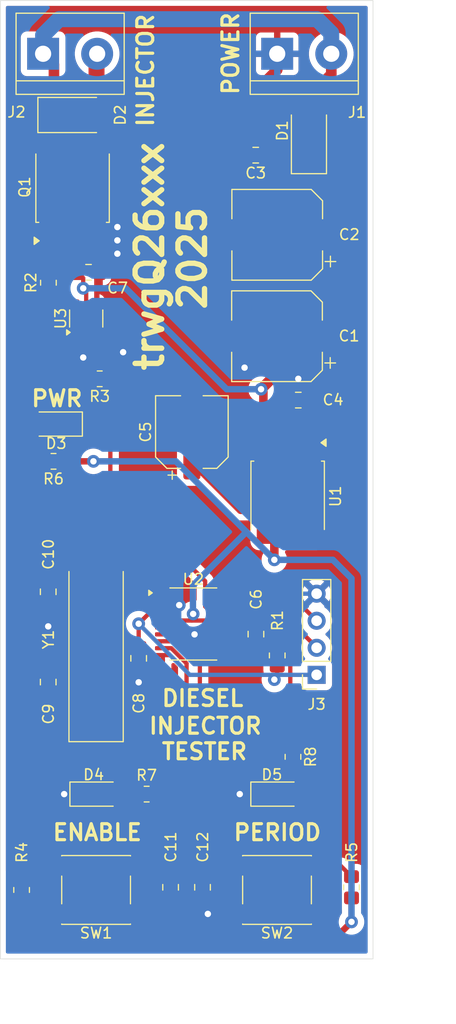
<source format=kicad_pcb>
(kicad_pcb (version 20241229) (generator "pcbnew") (generator_version "9.0")
  (title_block (title "Diesel Injector Tester") (date "2025-08-17") (rev "A") (company "trwgQ26xxx"))
  (layers (0 "F.Cu" signal) (2 "B.Cu" signal) (13 "F.Paste" user) (15 "B.Paste" user) (5 "F.SilkS" user "F.Silkscreen") (7 "B.SilkS" user "B.Silkscreen") (1 "F.Mask" user) (3 "B.Mask" user) (25 "Edge.Cuts" user))
  (net 0 "")
  (net 1 "+12V")
  (net 2 "GND")
  (net 3 "+3V3")
  (net 4 "#RST")
  (net 5 "Net-(U2-PF1)")
  (net 6 "Net-(U2-PF0)")
  (net 7 "ENABLE_KEY")
  (net 8 "PERIOD_KEY")
  (net 9 "+BATT")
  (net 10 "Net-(D2-A)")
  (net 11 "Net-(D3-A)")
  (net 12 "Net-(D4-A)")
  (net 13 "Net-(D5-A)")
  (net 14 "SWCLK")
  (net 15 "SWDIO")
  (net 16 "Net-(Q1-G)")
  (net 17 "Net-(U3-OUT)")
  (net 18 "INJ_PULSES")
  (net 19 "ENABLE_LED")
  (net 20 "PERIOD_LED")
  (footprint "Capacitor_SMD:C_0805_2012Metric_Pad1.18x1.45mm_HandSolder" (layer "F.Cu") (at 130.48 104.5225 -90)
    (property "Reference" "C10" (at -3.5225 -0.02 270) (layer "F.SilkS"))
    (property "Value" "22p")
    (pad "1" smd roundrect (at -1.0375 0 270) (size 1.175 1.45) (layers "F.Cu" "F.Mask" "F.Paste") (roundrect_rratio 0.212766) (net 6 "Net-(U2-PF0)"))
    (pad "2" smd roundrect (at 1.0375 0 270) (size 1.175 1.45) (layers "F.Cu" "F.Mask" "F.Paste") (roundrect_rratio 0.212766) (net 2 "GND"))
  )
  (footprint "TerminalBlock:TerminalBlock_bornier-2_P5.08mm" (layer "F.Cu") (at 152 54)
    (property "Reference" "J1" (at 7.5 5.5 0) (layer "F.SilkS"))
    (property "Value" "PWR")
    (pad "1" thru_hole rect (at 0 0) (size 3 3) (drill 1.52) (layers "*.Cu" "*.Mask") (net 2 "GND"))
    (pad "2" thru_hole circle (at 5.08 0) (size 3 3) (drill 1.52) (layers "*.Cu" "*.Mask") (net 9 "+BATT"))
  )
  (footprint "Package_TO_SOT_SMD:TO-252-3_TabPin2" (layer "F.Cu") (at 132.77 66.5225 90)
    (property "Reference" "Q1" (at 0 -4.5 90) (layer "F.SilkS"))
    (property "Value" "IRLR8726")
    (pad "1" smd roundrect (at -5.04 -2.28 90) (size 2.2 1.2) (layers "F.Cu" "F.Mask" "F.Paste") (roundrect_rratio 0.208333) (net 16 "Net-(Q1-G)"))
    (pad "2" smd roundrect (at -5.04 0 90) (size 2.2 1.2) (layers "F.Cu" "F.Mask" "F.Paste") (roundrect_rratio 0.208333) (net 10 "Net-(D2-A)"))
    (pad "2" smd roundrect (at -0.415 -1.525 90) (size 3.05 2.75) (layers "F.Cu" "F.Paste") (roundrect_rratio 0.090909) (net 10 "Net-(D2-A)"))
    (pad "2" smd roundrect (at -0.415 1.525 90) (size 3.05 2.75) (layers "F.Cu" "F.Paste") (roundrect_rratio 0.090909) (net 10 "Net-(D2-A)"))
    (pad "2" smd roundrect (at 1.26 0 90) (size 6.4 5.8) (layers "F.Cu" "F.Mask") (roundrect_rratio 0.043103) (net 10 "Net-(D2-A)"))
    (pad "2" smd roundrect (at 2.935 -1.525 90) (size 3.05 2.75) (layers "F.Cu" "F.Paste") (roundrect_rratio 0.090909) (net 10 "Net-(D2-A)"))
    (pad "2" smd roundrect (at 2.935 1.525 90) (size 3.05 2.75) (layers "F.Cu" "F.Paste") (roundrect_rratio 0.090909) (net 10 "Net-(D2-A)"))
    (pad "3" smd roundrect (at -5.04 2.28 90) (size 2.2 1.2) (layers "F.Cu" "F.Mask" "F.Paste") (roundrect_rratio 0.208333) (net 2 "GND"))
  )
  (footprint "Capacitor_SMD:C_0805_2012Metric_Pad1.18x1.45mm_HandSolder" (layer "F.Cu") (at 144.98 132.2725 -90)
    (property "Reference" "C12" (at -3.7725 -0.02 270) (layer "F.SilkS"))
    (property "Value" "100n")
    (pad "1" smd roundrect (at -1.0375 0 270) (size 1.175 1.45) (layers "F.Cu" "F.Mask" "F.Paste") (roundrect_rratio 0.212766) (net 8 "PERIOD_KEY"))
    (pad "2" smd roundrect (at 1.0375 0 270) (size 1.175 1.45) (layers "F.Cu" "F.Mask" "F.Paste") (roundrect_rratio 0.212766) (net 2 "GND"))
  )
  (footprint "Resistor_SMD:R_0805_2012Metric_Pad1.20x1.40mm_HandSolder" (layer "F.Cu") (at 153.48 120.0225 -90)
    (property "Reference" "R8" (at 0 -1.65 90) (layer "F.SilkS"))
    (property "Value" "3k3")
    (pad "1" smd roundrect (at -1 0 270) (size 1.2 1.4) (layers "F.Cu" "F.Mask" "F.Paste") (roundrect_rratio 0.208333) (net 20 "PERIOD_LED"))
    (pad "2" smd roundrect (at 1 0 270) (size 1.2 1.4) (layers "F.Cu" "F.Mask" "F.Paste") (roundrect_rratio 0.208333) (net 13 "Net-(D5-A)"))
  )
  (footprint "Resistor_SMD:R_0805_2012Metric_Pad1.20x1.40mm_HandSolder" (layer "F.Cu") (at 127.98 132.5225 90)
    (property "Reference" "R4" (at 3.5225 0.02 90) (layer "F.SilkS"))
    (property "Value" "10k")
    (pad "1" smd roundrect (at -1 0 90) (size 1.2 1.4) (layers "F.Cu" "F.Mask" "F.Paste") (roundrect_rratio 0.208333) (net 3 "+3V3"))
    (pad "2" smd roundrect (at 1 0 90) (size 1.2 1.4) (layers "F.Cu" "F.Mask" "F.Paste") (roundrect_rratio 0.208333) (net 7 "ENABLE_KEY"))
  )
  (footprint "Package_TO_SOT_SMD:TO-252-3_TabPin2" (layer "F.Cu") (at 152.98 95.5625 -90)
    (property "Reference" "U1" (at 0 -4.5 90) (layer "F.SilkS"))
    (property "Value" "LM1117DT-3.3")
    (pad "1" smd roundrect (at -5.04 -2.28 270) (size 2.2 1.2) (layers "F.Cu" "F.Mask" "F.Paste") (roundrect_rratio 0.208333) (net 2 "GND"))
    (pad "2" smd roundrect (at -5.04 0 270) (size 2.2 1.2) (layers "F.Cu" "F.Mask" "F.Paste") (roundrect_rratio 0.208333) (net 3 "+3V3"))
    (pad "2" smd roundrect (at -0.415 -1.525 270) (size 3.05 2.75) (layers "F.Cu" "F.Paste") (roundrect_rratio 0.090909) (net 3 "+3V3"))
    (pad "2" smd roundrect (at -0.415 1.525 270) (size 3.05 2.75) (layers "F.Cu" "F.Paste") (roundrect_rratio 0.090909) (net 3 "+3V3"))
    (pad "2" smd roundrect (at 1.26 0 270) (size 6.4 5.8) (layers "F.Cu" "F.Mask") (roundrect_rratio 0.043103) (net 3 "+3V3"))
    (pad "2" smd roundrect (at 2.935 -1.525 270) (size 3.05 2.75) (layers "F.Cu" "F.Paste") (roundrect_rratio 0.090909) (net 3 "+3V3"))
    (pad "2" smd roundrect (at 2.935 1.525 270) (size 3.05 2.75) (layers "F.Cu" "F.Paste") (roundrect_rratio 0.090909) (net 3 "+3V3"))
    (pad "3" smd roundrect (at -5.04 2.28 270) (size 2.2 1.2) (layers "F.Cu" "F.Mask" "F.Paste") (roundrect_rratio 0.208333) (net 1 "+12V"))
  )
  (footprint "Capacitor_SMD:C_0805_2012Metric_Pad1.18x1.45mm_HandSolder" (layer "F.Cu") (at 130.48 113 90)
    (property "Reference" "C9" (at -3 0.02 90) (layer "F.SilkS"))
    (property "Value" "22p")
    (pad "1" smd roundrect (at -1.0375 0 90) (size 1.175 1.45) (layers "F.Cu" "F.Mask" "F.Paste") (roundrect_rratio 0.212766) (net 5 "Net-(U2-PF1)"))
    (pad "2" smd roundrect (at 1.0375 0 90) (size 1.175 1.45) (layers "F.Cu" "F.Mask" "F.Paste") (roundrect_rratio 0.212766) (net 2 "GND"))
  )
  (footprint "Capacitor_SMD:C_0805_2012Metric_Pad1.18x1.45mm_HandSolder" (layer "F.Cu") (at 138.98 110.7725 -90)
    (property "Reference" "C8" (at 4.2275 -0.02 90) (layer "F.SilkS"))
    (property "Value" "100n")
    (pad "1" smd roundrect (at -1.0375 0 270) (size 1.175 1.45) (layers "F.Cu" "F.Mask" "F.Paste") (roundrect_rratio 0.212766) (net 4 "#RST"))
    (pad "2" smd roundrect (at 1.0375 0 270) (size 1.175 1.45) (layers "F.Cu" "F.Mask" "F.Paste") (roundrect_rratio 0.212766) (net 2 "GND"))
  )
  (footprint "Package_TO_SOT_SMD:SOT-23-5" (layer "F.Cu") (at 134.05 78.8625 90)
    (property "Reference" "U3" (at 0 -2.4 90) (layer "F.SilkS"))
    (property "Value" "MCP1416")
    (pad "1" smd roundrect (at -1.1375 -0.95 90) (size 1.325 0.6) (layers "F.Cu" "F.Mask" "F.Paste") (net 2 "GND"))
    (pad "2" smd roundrect (at -1.1375 0 90) (size 1.325 0.6) (layers "F.Cu" "F.Mask" "F.Paste") (net 1 "+12V"))
    (pad "3" smd roundrect (at -1.1375 0.95 90) (size 1.325 0.6) (layers "F.Cu" "F.Mask" "F.Paste") (net 18 "INJ_PULSES"))
    (pad "4" smd roundrect (at 1.1375 0.95 90) (size 1.325 0.6) (layers "F.Cu" "F.Mask" "F.Paste") (net 2 "GND"))
    (pad "5" smd roundrect (at 1.1375 -0.95 90) (size 1.325 0.6) (layers "F.Cu" "F.Mask" "F.Paste") (net 17 "Net-(U3-OUT)"))
  )
  (footprint "Resistor_SMD:R_0805_2012Metric_Pad1.20x1.40mm_HandSolder" (layer "F.Cu") (at 130.5 75.5 90)
    (property "Reference" "R2" (at 0 -1.65 90) (layer "F.SilkS"))
    (property "Value" "10")
    (pad "1" smd roundrect (at -1 0 90) (size 1.2 1.4) (layers "F.Cu" "F.Mask" "F.Paste") (roundrect_rratio 0.208333) (net 17 "Net-(U3-OUT)"))
    (pad "2" smd roundrect (at 1 0 90) (size 1.2 1.4) (layers "F.Cu" "F.Mask" "F.Paste") (roundrect_rratio 0.208333) (net 16 "Net-(Q1-G)"))
  )
  (footprint "Capacitor_SMD:CP_Elec_8x6.5" (layer "F.Cu") (at 151.98 80.5225 180)
    (property "Reference" "C1" (at -6.77 0.0225 0) (layer "F.SilkS"))
    (property "Value" "100u")
    (pad "1" smd roundrect (at -3.05 0 180) (size 4 2.5) (layers "F.Cu" "F.Mask" "F.Paste") (roundrect_rratio 0.1) (net 1 "+12V"))
    (pad "2" smd roundrect (at 3.05 0 180) (size 4 2.5) (layers "F.Cu" "F.Mask" "F.Paste") (roundrect_rratio 0.1) (net 2 "GND"))
  )
  (footprint "Resistor_SMD:R_0805_2012Metric_Pad1.20x1.40mm_HandSolder" (layer "F.Cu") (at 135.32 84.5225 180)
    (property "Reference" "R3" (at 0 -1.65 180) (layer "F.SilkS"))
    (property "Value" "2k2")
    (pad "1" smd roundrect (at -1 0 180) (size 1.2 1.4) (layers "F.Cu" "F.Mask" "F.Paste") (roundrect_rratio 0.208333) (net 18 "INJ_PULSES"))
    (pad "2" smd roundrect (at 1 0 180) (size 1.2 1.4) (layers "F.Cu" "F.Mask" "F.Paste") (roundrect_rratio 0.208333) (net 2 "GND"))
  )
  (footprint "Resistor_SMD:R_0805_2012Metric_Pad1.20x1.40mm_HandSolder" (layer "F.Cu") (at 130.98 92.2725 180)
    (property "Reference" "R6" (at 0 -1.65 0) (layer "F.SilkS"))
    (property "Value" "3k3")
    (pad "1" smd roundrect (at -1 0 180) (size 1.2 1.4) (layers "F.Cu" "F.Mask" "F.Paste") (roundrect_rratio 0.208333) (net 3 "+3V3"))
    (pad "2" smd roundrect (at 1 0 180) (size 1.2 1.4) (layers "F.Cu" "F.Mask" "F.Paste") (roundrect_rratio 0.208333) (net 11 "Net-(D3-A)"))
  )
  (footprint "Capacitor_SMD:C_0805_2012Metric_Pad1.18x1.45mm_HandSolder" (layer "F.Cu") (at 141.98 132.2725 -90)
    (property "Reference" "C11" (at -3.7725 -0.02 270) (layer "F.SilkS"))
    (property "Value" "100n")
    (pad "1" smd roundrect (at -1.0375 0 270) (size 1.175 1.45) (layers "F.Cu" "F.Mask" "F.Paste") (roundrect_rratio 0.212766) (net 7 "ENABLE_KEY"))
    (pad "2" smd roundrect (at 1.0375 0 270) (size 1.175 1.45) (layers "F.Cu" "F.Mask" "F.Paste") (roundrect_rratio 0.212766) (net 2 "GND"))
  )
  (footprint "LED_SMD:LED_1206_3216Metric_Pad1.42x1.75mm_HandSolder" (layer "F.Cu") (at 134.98 123.5225)
    (property "Reference" "D4" (at -0.23 -1.82 0) (layer "F.SilkS"))
    (property "Value" "ENABLE_GREEN")
    (pad "1" smd roundrect (at -1.4875 0) (size 1.425 1.75) (layers "F.Cu" "F.Mask" "F.Paste") (roundrect_rratio 0.175439) (net 2 "GND"))
    (pad "2" smd roundrect (at 1.4875 0) (size 1.425 1.75) (layers "F.Cu" "F.Mask" "F.Paste") (roundrect_rratio 0.175439) (net 12 "Net-(D4-A)"))
  )
  (footprint "Capacitor_SMD:C_0805_2012Metric_Pad1.18x1.45mm_HandSolder" (layer "F.Cu") (at 149.98 63.5225 180)
    (property "Reference" "C3" (at 0 -1.68 180) (layer "F.SilkS"))
    (property "Value" "100n")
    (pad "1" smd roundrect (at -1.0375 0 180) (size 1.175 1.45) (layers "F.Cu" "F.Mask" "F.Paste") (roundrect_rratio 0.212766) (net 1 "+12V"))
    (pad "2" smd roundrect (at 1.0375 0 180) (size 1.175 1.45) (layers "F.Cu" "F.Mask" "F.Paste") (roundrect_rratio 0.212766) (net 2 "GND"))
  )
  (footprint "Package_SO:TSSOP-20_4.4x6.5mm_P0.65mm" (layer "F.Cu") (at 144.1175 107.5475)
    (property "Reference" "U2" (at 0 -4.2 0) (layer "F.SilkS"))
    (property "Value" "STM32F030F4Px")
    (pad "1" smd roundrect (at -2.8625 -2.925) (size 1.475 0.4) (layers "F.Cu" "F.Mask" "F.Paste") (net 2 "GND"))
    (pad "2" smd roundrect (at -2.8625 -2.275) (size 1.475 0.4) (layers "F.Cu" "F.Mask" "F.Paste") (net 6 "Net-(U2-PF0)"))
    (pad "3" smd roundrect (at -2.8625 -1.625) (size 1.475 0.4) (layers "F.Cu" "F.Mask" "F.Paste") (net 5 "Net-(U2-PF1)"))
    (pad "4" smd roundrect (at -2.8625 -0.975) (size 1.475 0.4) (layers "F.Cu" "F.Mask" "F.Paste") (net 4 "#RST"))
    (pad "5" smd roundrect (at -2.8625 -0.325) (size 1.475 0.4) (layers "F.Cu" "F.Mask" "F.Paste") (net 3 "+3V3"))
    (pad "6" smd roundrect (at -2.8625 0.325) (size 1.475 0.4) (layers "F.Cu" "F.Mask" "F.Paste"))
    (pad "7" smd roundrect (at -2.8625 0.975) (size 1.475 0.4) (layers "F.Cu" "F.Mask" "F.Paste"))
    (pad "8" smd roundrect (at -2.8625 1.625) (size 1.475 0.4) (layers "F.Cu" "F.Mask" "F.Paste") (net 8 "PERIOD_KEY"))
    (pad "9" smd roundrect (at -2.8625 2.275) (size 1.475 0.4) (layers "F.Cu" "F.Mask" "F.Paste") (net 7 "ENABLE_KEY"))
    (pad "10" smd roundrect (at -2.8625 2.925) (size 1.475 0.4) (layers "F.Cu" "F.Mask" "F.Paste") (net 19 "ENABLE_LED"))
    (pad "11" smd roundrect (at 2.8625 2.925) (size 1.475 0.4) (layers "F.Cu" "F.Mask" "F.Paste"))
    (pad "12" smd roundrect (at 2.8625 2.275) (size 1.475 0.4) (layers "F.Cu" "F.Mask" "F.Paste"))
    (pad "13" smd roundrect (at 2.8625 1.625) (size 1.475 0.4) (layers "F.Cu" "F.Mask" "F.Paste"))
    (pad "14" smd roundrect (at 2.8625 0.975) (size 1.475 0.4) (layers "F.Cu" "F.Mask" "F.Paste"))
    (pad "15" smd roundrect (at 2.8625 0.325) (size 1.475 0.4) (layers "F.Cu" "F.Mask" "F.Paste") (net 2 "GND"))
    (pad "16" smd roundrect (at 2.8625 -0.325) (size 1.475 0.4) (layers "F.Cu" "F.Mask" "F.Paste") (net 3 "+3V3"))
    (pad "17" smd roundrect (at 2.8625 -0.975) (size 1.475 0.4) (layers "F.Cu" "F.Mask" "F.Paste") (net 18 "INJ_PULSES"))
    (pad "18" smd roundrect (at 2.8625 -1.625) (size 1.475 0.4) (layers "F.Cu" "F.Mask" "F.Paste") (net 20 "PERIOD_LED"))
    (pad "19" smd roundrect (at 2.8625 -2.275) (size 1.475 0.4) (layers "F.Cu" "F.Mask" "F.Paste") (net 15 "SWDIO"))
    (pad "20" smd roundrect (at 2.8625 -2.925) (size 1.475 0.4) (layers "F.Cu" "F.Mask" "F.Paste") (net 14 "SWCLK"))
  )
  (footprint "Capacitor_SMD:CP_Elec_8x6.5" (layer "F.Cu") (at 152 71 180)
    (property "Reference" "C2" (at -6.77 0.0225 0) (layer "F.SilkS"))
    (property "Value" "100u")
    (pad "1" smd roundrect (at -3.05 0 180) (size 4 2.5) (layers "F.Cu" "F.Mask" "F.Paste") (roundrect_rratio 0.1) (net 1 "+12V"))
    (pad "2" smd roundrect (at 3.05 0 180) (size 4 2.5) (layers "F.Cu" "F.Mask" "F.Paste") (roundrect_rratio 0.1) (net 2 "GND"))
  )
  (footprint "Resistor_SMD:R_0805_2012Metric_Pad1.20x1.40mm_HandSolder" (layer "F.Cu") (at 152 110.5 -90)
    (property "Reference" "R1" (at -3.2725 -0.02 90) (layer "F.SilkS"))
    (property "Value" "10k")
    (pad "1" smd roundrect (at -1 0 270) (size 1.2 1.4) (layers "F.Cu" "F.Mask" "F.Paste") (roundrect_rratio 0.208333) (net 3 "+3V3"))
    (pad "2" smd roundrect (at 1 0 270) (size 1.2 1.4) (layers "F.Cu" "F.Mask" "F.Paste") (roundrect_rratio 0.208333) (net 4 "#RST"))
  )
  (footprint "Button_Switch_SMD:SW_SPST_PTS645" (layer "F.Cu") (at 151.98 132.5225 180)
    (property "Reference" "SW2" (at 0 -4.05 0) (layer "F.SilkS"))
    (property "Value" "PERIOD")
    (pad "1" smd rect (at -3.98 -2.25 180) (size 1.55 1.3) (layers "F.Cu" "F.Mask" "F.Paste") (net 2 "GND"))
    (pad "1" smd rect (at 3.98 -2.25 180) (size 1.55 1.3) (layers "F.Cu" "F.Mask" "F.Paste") (net 2 "GND"))
    (pad "2" smd rect (at -3.98 2.25 180) (size 1.55 1.3) (layers "F.Cu" "F.Mask" "F.Paste") (net 8 "PERIOD_KEY"))
    (pad "2" smd rect (at 3.98 2.25 180) (size 1.55 1.3) (layers "F.Cu" "F.Mask" "F.Paste") (net 8 "PERIOD_KEY"))
  )
  (footprint "Crystal:Crystal_SMD_HC49-SD_HandSoldering" (layer "F.Cu") (at 134.98 108.5225 90)
    (property "Reference" "Y1" (at -0.4775 -4.48 90) (layer "F.SilkS"))
    (property "Value" "8MHz")
    (pad "1" smd rect (at -5.9375 0 90) (size 7.875 2) (layers "F.Cu" "F.Mask" "F.Paste") (net 5 "Net-(U2-PF1)"))
    (pad "2" smd rect (at 5.9375 0 90) (size 7.875 2) (layers "F.Cu" "F.Mask" "F.Paste") (net 6 "Net-(U2-PF0)"))
  )
  (footprint "TerminalBlock:TerminalBlock_bornier-2_P5.08mm" (layer "F.Cu") (at 130 54)
    (property "Reference" "J2" (at -2.5 5.4775 0) (layer "F.SilkS"))
    (property "Value" "INJECTOR")
    (pad "1" thru_hole rect (at 0 0) (size 3 3) (drill 1.52) (layers "*.Cu" "*.Mask") (net 9 "+BATT"))
    (pad "2" thru_hole circle (at 5.08 0) (size 3 3) (drill 1.52) (layers "*.Cu" "*.Mask") (net 10 "Net-(D2-A)"))
  )
  (footprint "Resistor_SMD:R_0805_2012Metric_Pad1.20x1.40mm_HandSolder" (layer "F.Cu") (at 139.73 123.5225 180)
    (property "Reference" "R7" (at 0 1.7725 0) (layer "F.SilkS"))
    (property "Value" "3k3")
    (pad "1" smd roundrect (at -1 0 180) (size 1.2 1.4) (layers "F.Cu" "F.Mask" "F.Paste") (roundrect_rratio 0.208333) (net 19 "ENABLE_LED"))
    (pad "2" smd roundrect (at 1 0 180) (size 1.2 1.4) (layers "F.Cu" "F.Mask" "F.Paste") (roundrect_rratio 0.208333) (net 12 "Net-(D4-A)"))
  )
  (footprint "LED_SMD:LED_1206_3216Metric_Pad1.42x1.75mm_HandSolder" (layer "F.Cu") (at 151.98 123.5225)
    (property "Reference" "D5" (at -0.48 -1.82 0) (layer "F.SilkS"))
    (property "Value" "PERIOD_GREEN")
    (pad "1" smd roundrect (at -1.4875 0) (size 1.425 1.75) (layers "F.Cu" "F.Mask" "F.Paste") (roundrect_rratio 0.175439) (net 2 "GND"))
    (pad "2" smd roundrect (at 1.4875 0) (size 1.425 1.75) (layers "F.Cu" "F.Mask" "F.Paste") (roundrect_rratio 0.175439) (net 13 "Net-(D5-A)"))
  )
  (footprint "Capacitor_SMD:C_0805_2012Metric_Pad1.18x1.45mm_HandSolder" (layer "F.Cu") (at 153.98 86.5225)
    (property "Reference" "C4" (at 3.27 -0.0225 0) (layer "F.SilkS"))
    (property "Value" "100n")
    (pad "1" smd roundrect (at -1.0375 0) (size 1.175 1.45) (layers "F.Cu" "F.Mask" "F.Paste") (roundrect_rratio 0.212766) (net 3 "+3V3"))
    (pad "2" smd roundrect (at 1.0375 0) (size 1.175 1.45) (layers "F.Cu" "F.Mask" "F.Paste") (roundrect_rratio 0.212766) (net 2 "GND"))
  )
  (footprint "Diode_SMD:D_SMA" (layer "F.Cu") (at 154.98 61.75 90)
    (property "Reference" "D1" (at 0.5225 -2.5 90) (layer "F.SilkS"))
    (property "Value" "FR1M")
    (pad "1" smd roundrect (at -2 0 90) (size 2.5 1.8) (layers "F.Cu" "F.Mask" "F.Paste") (roundrect_rratio 0.1388888889) (net 1 "+12V"))
    (pad "2" smd roundrect (at 2 0 90) (size 2.5 1.8) (layers "F.Cu" "F.Mask" "F.Paste") (roundrect_rratio 0.1388888889) (net 9 "+BATT"))
  )
  (footprint "Button_Switch_SMD:SW_SPST_PTS645" (layer "F.Cu") (at 134.98 132.5225 180)
    (property "Reference" "SW1" (at 0 -4.05 0) (layer "F.SilkS"))
    (property "Value" "ENABLE")
    (pad "1" smd rect (at -3.98 -2.25 180) (size 1.55 1.3) (layers "F.Cu" "F.Mask" "F.Paste") (net 2 "GND"))
    (pad "1" smd rect (at 3.98 -2.25 180) (size 1.55 1.3) (layers "F.Cu" "F.Mask" "F.Paste") (net 2 "GND"))
    (pad "2" smd rect (at -3.98 2.25 180) (size 1.55 1.3) (layers "F.Cu" "F.Mask" "F.Paste") (net 7 "ENABLE_KEY"))
    (pad "2" smd rect (at 3.98 2.25 180) (size 1.55 1.3) (layers "F.Cu" "F.Mask" "F.Paste") (net 7 "ENABLE_KEY"))
  )
  (footprint "Capacitor_SMD:C_0805_2012Metric_Pad1.18x1.45mm_HandSolder" (layer "F.Cu") (at 134.27 74.5225)
    (property "Reference" "C7" (at 2.73 1.4775 0) (layer "F.SilkS"))
    (property "Value" "100n")
    (pad "1" smd roundrect (at -1.0375 0) (size 1.175 1.45) (layers "F.Cu" "F.Mask" "F.Paste") (roundrect_rratio 0.212766) (net 1 "+12V"))
    (pad "2" smd roundrect (at 1.0375 0) (size 1.175 1.45) (layers "F.Cu" "F.Mask" "F.Paste") (roundrect_rratio 0.212766) (net 2 "GND"))
  )
  (footprint "Diode_SMD:D_SMA" (layer "F.Cu") (at 133.02 59.75)
    (property "Reference" "D2" (at 4.23 0 90) (layer "F.SilkS"))
    (property "Value" "FR1M")
    (pad "1" smd roundrect (at -2 0) (size 2.5 1.8) (layers "F.Cu" "F.Mask" "F.Paste") (roundrect_rratio 0.1388888889) (net 9 "+BATT"))
    (pad "2" smd roundrect (at 2 0) (size 2.5 1.8) (layers "F.Cu" "F.Mask" "F.Paste") (roundrect_rratio 0.1388888889) (net 10 "Net-(D2-A)"))
  )
  (footprint "Resistor_SMD:R_0805_2012Metric_Pad1.20x1.40mm_HandSolder" (layer "F.Cu") (at 158.98 132.2725 90)
    (property "Reference" "R5" (at 3.2725 0.02 90) (layer "F.SilkS"))
    (property "Value" "10k")
    (pad "1" smd roundrect (at -1 0 90) (size 1.2 1.4) (layers "F.Cu" "F.Mask" "F.Paste") (roundrect_rratio 0.208333) (net 3 "+3V3"))
    (pad "2" smd roundrect (at 1 0 90) (size 1.2 1.4) (layers "F.Cu" "F.Mask" "F.Paste") (roundrect_rratio 0.208333) (net 8 "PERIOD_KEY"))
  )
  (footprint "Capacitor_SMD:C_0805_2012Metric_Pad1.18x1.45mm_HandSolder" (layer "F.Cu") (at 150 108.5 -90)
    (property "Reference" "C6" (at -3.2725 -0.02 270) (layer "F.SilkS"))
    (property "Value" "100n")
    (pad "1" smd roundrect (at -1.0375 0 270) (size 1.175 1.45) (layers "F.Cu" "F.Mask" "F.Paste") (roundrect_rratio 0.212766) (net 3 "+3V3"))
    (pad "2" smd roundrect (at 1.0375 0 270) (size 1.175 1.45) (layers "F.Cu" "F.Mask" "F.Paste") (roundrect_rratio 0.212766) (net 2 "GND"))
  )
  (footprint "Connector_PinSocket_2.54mm:PinSocket_1x04_P2.54mm_Vertical" (layer "F.Cu") (at 155.705 112.3225 180)
    (property "Reference" "J3" (at 0 -2.77 180) (layer "F.SilkS"))
    (property "Value" "PROG")
    (pad "1" thru_hole rect (at 0 0 180) (size 1.7 1.7) (drill 1) (layers "*.Cu" "*.Mask") (net 4 "#RST"))
    (pad "2" thru_hole circle (at 0 2.54 180) (size 1.7 1.7) (drill 1) (layers "*.Cu" "*.Mask") (net 15 "SWDIO"))
    (pad "3" thru_hole circle (at 0 5.08 180) (size 1.7 1.7) (drill 1) (layers "*.Cu" "*.Mask") (net 14 "SWCLK"))
    (pad "4" thru_hole circle (at 0 7.62 180) (size 1.7 1.7) (drill 1) (layers "*.Cu" "*.Mask") (net 2 "GND"))
  )
  (footprint "LED_SMD:LED_1206_3216Metric_Pad1.42x1.75mm_HandSolder" (layer "F.Cu") (at 131.23 88.7725 180)
    (property "Reference" "D3" (at 0 -1.82 0) (layer "F.SilkS"))
    (property "Value" "PWR_GREEN")
    (pad "1" smd roundrect (at -1.4875 0 180) (size 1.425 1.75) (layers "F.Cu" "F.Mask" "F.Paste") (roundrect_rratio 0.175439) (net 2 "GND"))
    (pad "2" smd roundrect (at 1.4875 0 180) (size 1.425 1.75) (layers "F.Cu" "F.Mask" "F.Paste") (roundrect_rratio 0.175439) (net 11 "Net-(D3-A)"))
  )
  (footprint "Capacitor_SMD:CP_Elec_6.3x5.8" (layer "F.Cu") (at 143.98 89.5225 90)
    (property "Reference" "C5" (at 0 -4.35 90) (layer "F.SilkS"))
    (property "Value" "100u")
    (pad "1" smd roundrect (at -2.7 0 90) (size 3.5 1.6) (layers "F.Cu" "F.Mask" "F.Paste") (roundrect_rratio 0.15625) (net 3 "+3V3"))
    (pad "2" smd roundrect (at 2.7 0 90) (size 3.5 1.6) (layers "F.Cu" "F.Mask" "F.Paste") (roundrect_rratio 0.15625) (net 2 "GND"))
  )
  (gr_line (start 126 49) (end 126 139) (stroke (width 0.05)) (layer "Edge.Cuts"))
  (gr_line (start 126 139) (end 161 139) (stroke (width 0.05)) (layer "Edge.Cuts"))
  (gr_line (start 161 49) (end 126 49) (stroke (width 0.05)) (layer "Edge.Cuts"))
  (gr_line (start 161 139) (end 161 49) (stroke (width 0.05)) (layer "Edge.Cuts"))
  (gr_text "trwgQ26xxx\n   2025    " (at 145.5 84 90) (layer "F.SilkS") (effects (font (size 2.5 2.5) (thickness 0.5) (bold yes)) (justify left bottom)))
  (gr_text "ENABLE" (at 130.75 128 0) (layer "F.SilkS") (effects (font (size 1.5 1.5) (thickness 0.3) (bold yes)) (justify left bottom)))
  (gr_text "INJECTOR" (at 139.8 118 0) (layer "F.SilkS") (effects (font (size 1.5 1.5) (thickness 0.3) (bold yes)) (justify left bottom)))
  (gr_text "INJECTOR" (at 140.5 61 90) (layer "F.SilkS") (effects (font (size 1.5 1.5) (thickness 0.3) (bold yes)) (justify left bottom)))
  (gr_text "PWR" (at 128.75 87.25 0) (layer "F.SilkS") (effects (font (size 1.5 1.5) (thickness 0.3) (bold yes)) (justify left bottom)))
  (gr_text "POWER" (at 148.5 58 90) (layer "F.SilkS") (effects (font (size 1.5 1.5) (thickness 0.3) (bold yes)) (justify left bottom)))
  (gr_text "DIESEL" (at 141 115.4 0) (layer "F.SilkS") (effects (font (size 1.5 1.5) (thickness 0.3) (bold yes)) (justify left bottom)))
  (gr_text "PERIOD" (at 147.75 128 0) (layer "F.SilkS") (effects (font (size 1.5 1.5) (thickness 0.3) (bold yes)) (justify left bottom)))
  (gr_text "TESTER" (at 141 120.4 0) (layer "F.SilkS") (effects (font (size 1.5 1.5) (thickness 0.3) (bold yes)) (justify left bottom)))
  (segment (start 134.05 76.3025) (end 134.05 80) (width 0.4) (layer "F.Cu") (net 1))
  (segment (start 151.5425 63.5225) (end 154.98 63.5225) (width 0.6) (layer "F.Cu") (net 1))
  (segment (start 154.98 63.5225) (end 154.98 80.4725) (width 1) (layer "F.Cu") (net 1))
  (segment (start 154.98 80.4725) (end 155.03 80.5225) (width 1) (layer "F.Cu") (net 1))
  (segment (start 155.03 80.5225) (end 155.03 80.95) (width 1) (layer "F.Cu") (net 1))
  (segment (start 150.7 90.5225) (end 150.7 85.72) (width 0.8) (layer "F.Cu") (net 1))
  (segment (start 133.77 75.06) (end 133.2325 74.5225) (width 0.4) (layer "F.Cu") (net 1))
  (segment (start 133.77 76.0225) (end 134.05 76.3025) (width 0.4) (layer "F.Cu") (net 1))
  (segment (start 155.03 80.95) (end 150.48 85.5) (width 1) (layer "F.Cu") (net 1))
  (segment (start 150.7 85.72) (end 150.48 85.5) (width 0.6) (layer "F.Cu") (net 1))
  (segment (start 133.77 76.0225) (end 133.77 75.06) (width 0.4) (layer "F.Cu") (net 1))
  (via (at 133.77 76.0225) (size 1.2) (drill 0.6) (layers "F.Cu" "B.Cu") (net 1))
  (via (at 150.48 85.5) (size 1.2) (drill 0.6) (layers "F.Cu" "B.Cu") (net 1))
  (segment (start 137.77 76.0225) (end 133.77 76.0225) (width 0.6) (layer "B.Cu") (net 1))
  (segment (start 150.48 85.5) (end 147.2475 85.5) (width 0.6) (layer "B.Cu") (net 1))
  (segment (start 147.2475 85.5) (end 137.77 76.0225) (width 0.6) (layer "B.Cu") (net 1))
  (segment (start 148.93 80.5225) (end 148.93 83.4725) (width 1) (layer "F.Cu") (net 2))
  (segment (start 142.791515 104.834015) (end 142.58 104.6225) (width 0.4) (layer "F.Cu") (net 2))
  (segment (start 148.93 71.5225) (end 148.93 64.035) (width 0.6) (layer "F.Cu") (net 2))
  (segment (start 148.93 83.4725) (end 143.98 83.4725) (width 0.6) (layer "F.Cu") (net 2))
  (segment (start 143.98 83.4725) (end 138.97 83.4725) (width 0.6) (layer "F.Cu") (net 2))
  (segment (start 145.48 134.7725) (end 148 134.7725) (width 0.6) (layer "F.Cu") (net 2))
  (segment (start 153.98 84.5225) (end 155.0175 85.56) (width 0.6) (layer "F.Cu") (net 2))
  (segment (start 148.9425 58.5575) (end 148.9425 63.5225) (width 1) (layer "F.Cu") (net 2))
  (segment (start 148.95 80.5025) (end 148.93 80.5225) (width 1) (layer "F.Cu") (net 2))
  (segment (start 133.1 80) (end 133.1 81.8525) (width 0.4) (layer "F.Cu") (net 2))
  (segment (start 148.9425 63.5225) (end 148.9425 70.9925) (width 1) (layer "F.Cu") (net 2))
  (segment (start 133.1 81.8525) (end 133.77 82.5225) (width 0.4) (layer "F.Cu") (net 2))
  (segment (start 155.0175 86.5225) (end 155.26 86.765) (width 0.6) (layer "F.Cu") (net 2))
  (segment (start 131.98 123.5225) (end 133.4925 123.5225) (width 0.4) (layer "F.Cu") (net 2))
  (segment (start 152 54) (end 152 55.5) (width 1) (layer "F.Cu") (net 2))
  (segment (start 141.98 133.31) (end 141.98 134.7725) (width 0.6) (layer "F.Cu") (net 2))
  (segment (start 130.48 106.085) (end 130.48 107.7725) (width 0.4) (layer "F.Cu") (net 2))
  (segment (start 135 71.6125) (end 135.05 71.5625) (width 0.4) (layer "F.Cu") (net 2))
  (segment (start 155.26 86.765) (end 155.26 90.5225) (width 0.6) (layer "F.Cu") (net 2))
  (segment (start 132.7175 88.7725) (end 134.32 87.17) (width 0.6) (layer "F.Cu") (net 2))
  (segment (start 135 74.5225) (end 135 71.6125) (width 0.4) (layer "F.Cu") (net 2))
  (segment (start 150.4925 123.5225) (end 148.48 123.5225) (width 0.4) (layer "F.Cu") (net 2))
  (segment (start 138.96 134.7725) (end 146.73 134.7725) (width 0.4) (layer "F.Cu") (net 2))
  (segment (start 157.48 102.9275) (end 157.48 92.7425) (width 0.4) (layer "F.Cu") (net 2))
  (segment (start 142.791515 105.772968) (end 142.791515 104.834015) (width 0.4) (layer "F.Cu") (net 2))
  (segment (start 141.98 134.7725) (end 144.98 134.7725) (width 0.6) (layer "F.Cu") (net 2))
  (segment (start 157.48 92.7425) (end 155.26 90.5225) (width 0.4) (layer "F.Cu") (net 2))
  (segment (start 131 134.7725) (end 138.96 134.7725) (width 0.6) (layer "F.Cu") (net 2))
  (segment (start 155.0175 85.56) (end 155.0175 86.5225) (width 0.6) (layer "F.Cu") (net 2))
  (segment (start 142.58 104.6225) (end 141.255 104.6225) (width 0.4) (layer "F.Cu") (net 2))
  (segment (start 138.96 134.7725) (end 141.98 134.7725) (width 0.6) (layer "F.Cu") (net 2))
  (segment (start 149.73 109.31) (end 148.2925 107.8725) (width 0.4) (layer "F.Cu") (net 2))
  (segment (start 148.2925 107.8725) (end 146.98 107.8725) (width 0.4) (layer "F.Cu") (net 2))
  (segment (start 145.73 134.7725) (end 148 134.7725) (width 0.4) (layer "F.Cu") (net 2))
  (segment (start 138.98 111.81) (end 138.98 113.0225) (width 0.4) (layer "F.Cu") (net 2))
  (segment (start 148.98 83.5225) (end 148.93 83.4725) (width 0.6) (layer "F.Cu") (net 2))
  (segment (start 130.48 111.9625) (end 130.48 107.7725) (width 0.4) (layer "F.Cu") (net 2))
  (segment (start 152 55.5) (end 148.9425 58.5575) (width 1) (layer "F.Cu") (net 2))
  (segment (start 148.9425 70.9925) (end 148.95 71) (width 1) (layer "F.Cu") (net 2))
  (segment (start 148.93 71.5225) (end 148.93 80.5225) (width 0.6) (layer "F.Cu") (net 2))
  (segment (start 133.77 84.5225) (end 133.77 82.5225) (width 0.4) (layer "F.Cu") (net 2))
  (segment (start 144.88 107.8725) (end 144.23 108.5225) (width 0.4) (layer "F.Cu") (net 2))
  (segment (start 143.98 86.8225) (end 143.98 83.4725) (width 0.4) (layer "F.Cu") (net 2))
  (segment (start 144.98 133.31) (end 144.98 134.7725) (width 0.6) (layer "F.Cu") (net 2))
  (segment (start 146.98 107.8725) (end 144.88 107.8725) (width 0.4) (layer "F.Cu") (net 2))
  (segment (start 144.98 134.7725) (end 145.48 134.7725) (width 0.6) (layer "F.Cu") (net 2))
  (segment (start 155.705 104.7025) (end 157.48 102.9275) (width 0.4) (layer "F.Cu") (net 2))
  (segment (start 138.97 83.4725) (end 137.52 82.0225) (width 0.6) (layer "F.Cu") (net 2))
  (segment (start 134.32 87.17) (end 134.32 84.5225) (width 0.6) (layer "F.Cu") (net 2))
  (segment (start 148.95 71) (end 148.95 80.5025) (width 1) (layer "F.Cu") (net 2))
  (segment (start 135 77.725) (end 135 74.5225) (width 0.4) (layer "F.Cu") (net 2))
  (segment (start 155.96 134.7725) (end 148 134.7725) (width 0.6) (layer "F.Cu") (net 2))
  (via (at 145.48 134.7725) (size 1.2) (drill 0.6) (layers "F.Cu" "B.Cu") (net 2))
  (via (at 144.23 108.5225) (size 1.2) (drill 0.6) (layers "F.Cu" "B.Cu") (net 2))
  (via (at 137.52 82.0225) (size 1.2) (drill 0.6) (layers "F.Cu" "B.Cu") (net 2))
  (via (at 153.98 84.5225) (size 1.2) (drill 0.6) (layers "F.Cu" "B.Cu") (net 2))
  (via (at 148.48 123.5225) (size 1.2) (drill 0.6) (layers "F.Cu" "B.Cu") (net 2))
  (via (at 131.98 123.5225) (size 1.2) (drill 0.6) (layers "F.Cu" "B.Cu") (net 2))
  (via (at 136.98 72.7725) (size 1.2) (drill 0.6) (layers "F.Cu" "B.Cu") (net 2))
  (via (at 142.791515 105.772968) (size 1.2) (drill 0.6) (layers "F.Cu" "B.Cu") (net 2))
  (via (at 136.98 70.2725) (size 1.2) (drill 0.6) (layers "F.Cu" "B.Cu") (net 2))
  (via (at 130.48 107.7725) (size 1.2) (drill 0.6) (layers "F.Cu" "B.Cu") (net 2))
  (via (at 148.93 83.4725) (size 1.2) (drill 0.6) (layers "F.Cu" "B.Cu") (net 2))
  (via (at 136.98 71.5225) (size 1.2) (drill 0.6) (layers "F.Cu" "B.Cu") (net 2))
  (via (at 138.98 113.0225) (size 1.2) (drill 0.6) (layers "F.Cu" "B.Cu") (net 2))
  (via (at 133.77 82.5225) (size 1.2) (drill 0.6) (layers "F.Cu" "B.Cu") (net 2))
  (segment (start 142.791515 105.772968) (end 142.791515 107.084015) (width 0.4) (layer "B.Cu") (net 2))
  (segment (start 152.93 83.4725) (end 153.98 84.5225) (width 0.6) (layer "B.Cu") (net 2))
  (segment (start 155.705 104.7025) (end 153.55 104.7025) (width 0.4) (layer "B.Cu") (net 2))
  (segment (start 142.791515 105.772968) (end 142.791047 105.7725) (width 0.4) (layer "B.Cu") (net 2))
  (segment (start 134.27 82.0225) (end 133.77 82.5225) (width 0.6) (layer "B.Cu") (net 2))
  (segment (start 142.791515 107.084015) (end 144.23 108.5225) (width 0.4) (layer "B.Cu") (net 2))
  (segment (start 153.55 104.7025) (end 149.73 108.5225) (width 0.4) (layer "B.Cu") (net 2))
  (segment (start 137.73 105.7725) (end 135.73 107.7725) (width 0.4) (layer "B.Cu") (net 2))
  (segment (start 148.93 83.4725) (end 152.93 83.4725) (width 0.6) (layer "B.Cu") (net 2))
  (segment (start 135.73 107.7725) (end 130.48 107.7725) (width 0.4) (layer "B.Cu") (net 2))
  (segment (start 142.791047 105.7725) (end 137.73 105.7725) (width 0.4) (layer "B.Cu") (net 2))
  (segment (start 149.73 108.5225) (end 144.23 108.5225) (width 0.4) (layer "B.Cu") (net 2))
  (segment (start 137.52 82.0225) (end 134.27 82.0225) (width 0.6) (layer "B.Cu") (net 2))
  (segment (start 141.255 107.2225) (end 143.98 107.2225) (width 0.4) (layer "F.Cu") (net 3))
  (segment (start 152.98 90.5225) (end 152.98 96.8225) (width 0.6) (layer "F.Cu") (net 3))
  (segment (start 158.98 135.5225) (end 157.98 136.5225) (width 0.6) (layer "F.Cu") (net 3))
  (segment (start 150.4425 107.235) (end 149.73 107.235) (width 0.4) (layer "F.Cu") (net 3))
  (segment (start 157.98 136.5225) (end 128.98 136.5225) (width 0.6) (layer "F.Cu") (net 3))
  (segment (start 146.98 107.2225) (end 148.4675 107.2225) (width 0.4) (layer "F.Cu") (net 3))
  (segment (start 151.73 98.7725) (end 151.455 98.4975) (width 0.6) (layer "F.Cu") (net 3))
  (segment (start 143.98 106.2725) (end 143.98 107.2225) (width 0.4) (layer "F.Cu") (net 3))
  (segment (start 143.98 92.2225) (end 148.58 96.8225) (width 0.8) (layer "F.Cu") (net 3))
  (segment (start 148.4675 107.2225) (end 148.48 107.235) (width 0.4) (layer "F.Cu") (net 3))
  (segment (start 128.98 136.5225) (end 127.98 135.5225) (width 0.6) (layer "F.Cu") (net 3))
  (segment (start 148.58 96.8225) (end 152.98 96.8225) (width 0.8) (layer "F.Cu") (net 3))
  (segment (start 158.98 133.2725) (end 158.98 135.5225) (width 0.6) (layer "F.Cu") (net 3))
  (segment (start 131.98 92.2725) (end 134.73 92.2725) (width 0.6) (layer "F.Cu") (net 3))
  (segment (start 127.98 135.5225) (end 127.98 133.5225) (width 0.6) (layer "F.Cu") (net 3))
  (segment (start 148.48 107.235) (end 149.73 107.235) (width 0.4) (layer "F.Cu") (net 3))
  (segment (start 144.1 106.333285) (end 144.039215 106.2725) (width 0.4) (layer "F.Cu") (net 3))
  (segment (start 151.73 108.5225) (end 150.4425 107.235) (width 0.4) (layer "F.Cu") (net 3))
  (segment (start 144.039215 106.2725) (end 143.98 106.2725) (width 0.4) (layer "F.Cu") (net 3))
  (segment (start 151.73 101.5225) (end 151.73 98.7725) (width 0.8) (layer "F.Cu") (net 3))
  (segment (start 152.9425 86.5225) (end 152.9425 90.485) (width 0.4) (layer "F.Cu") (net 3))
  (segment (start 152.9425 90.485) (end 152.98 90.5225) (width 0.4) (layer "F.Cu") (net 3))
  (segment (start 144.1 106.6) (end 144.1 106.333285) (width 0.4) (layer "F.Cu") (net 3))
  (segment (start 151.73 109.2725) (end 151.73 108.5225) (width 0.4) (layer "F.Cu") (net 3))
  (segment (start 143.98 107.2225) (end 146.98 107.2225) (width 0.4) (layer "F.Cu") (net 3))
  (via (at 144.1 106.6) (size 1.2) (drill 0.6) (layers "F.Cu" "B.Cu") (net 3))
  (via (at 134.73 92.2725) (size 1.2) (drill 0.6) (layers "F.Cu" "B.Cu") (net 3))
  (via (at 158.98 135.5225) (size 1.2) (drill 0.6) (layers "F.Cu" "B.Cu") (net 3))
  (via (at 151.73 101.5225) (size 1.2) (drill 0.6) (layers "F.Cu" "B.Cu") (net 3))
  (segment (start 144.08215 106.58215) (end 144.08215 103.92035) (width 0.6) (layer "B.Cu") (net 3))
  (segment (start 142.48 92.2725) (end 149.105 98.8975) (width 0.6) (layer "B.Cu") (net 3))
  (segment (start 149.105 98.8975) (end 151.73 101.5225) (width 0.6) (layer "B.Cu") (net 3))
  (segment (start 144.08215 103.92035) (end 149.105 98.8975) (width 0.6) (layer "B.Cu") (net 3))
  (segment (start 158.98 135.5225) (end 158.98 103.2725) (width 0.6) (layer "B.Cu") (net 3))
  (segment (start 151.73 101.5225) (end 151.98 101.5225) (width 0.6) (layer "B.Cu") (net 3))
  (segment (start 158.98 103.2725) (end 157.23 101.5225) (width 0.6) (layer "B.Cu") (net 3))
  (segment (start 144.1 106.6) (end 144.08215 106.58215) (width 0.4) (layer "B.Cu") (net 3))
  (segment (start 157.23 101.5225) (end 151.73 101.5225) (width 0.6) (layer "B.Cu") (net 3))
  (segment (start 134.73 92.2725) (end 142.48 92.2725) (width 0.6) (layer "B.Cu") (net 3))
  (segment (start 141.255 106.5725) (end 139.93 106.5725) (width 0.4) (layer "F.Cu") (net 4))
  (segment (start 138.98 109.735) (end 138.98 107.5225) (width 0.4) (layer "F.Cu") (net 4))
  (segment (start 152 112.5025) (end 151.73 112.7725) (width 0.4) (layer "F.Cu") (net 4))
  (segment (start 152 111.5425) (end 152 112.5025) (width 0.4) (layer "F.Cu") (net 4))
  (segment (start 139.93 106.5725) (end 138.98 107.5225) (width 0.4) (layer "F.Cu") (net 4))
  (segment (start 151.73 111.2725) (end 152 111.5425) (width 0.4) (layer "F.Cu") (net 4))
  (via (at 151.73 112.7725) (size 1.2) (drill 0.6) (layers "F.Cu" "B.Cu") (net 4))
  (via (at 138.98 107.5225) (size 1.2) (drill 0.6) (layers "F.Cu" "B.Cu") (net 4))
  (segment (start 151.73 112.3225) (end 143.78 112.3225) (width 0.4) (layer "B.Cu") (net 4))
  (segment (start 151.73 112.3225) (end 151.73 112.7725) (width 0.4) (layer "B.Cu") (net 4))
  (segment (start 155.705 112.3225) (end 151.73 112.3225) (width 0.4) (layer "B.Cu") (net 4))
  (segment (start 143.78 112.3225) (end 138.98 107.5225) (width 0.4) (layer "B.Cu") (net 4))
  (segment (start 130.48 114.0375) (end 134.5575 114.0375) (width 0.4) (layer "F.Cu") (net 5))
  (segment (start 141.255 105.9225) (end 137.57875 105.9225) (width 0.4) (layer "F.Cu") (net 5))
  (segment (start 134.52 114) (end 134.98 114.46) (width 0.4) (layer "F.Cu") (net 5))
  (segment (start 137.57875 105.9225) (end 134.98 108.52125) (width 0.4) (layer "F.Cu") (net 5))
  (segment (start 134.5575 114.0375) (end 134.98 114.46) (width 0.4) (layer "F.Cu") (net 5))
  (segment (start 134.98 108.52125) (end 134.98 114.46) (width 0.4) (layer "F.Cu") (net 5))
  (segment (start 134.08 103.485) (end 134.98 102.585) (width 0.4) (layer "F.Cu") (net 6))
  (segment (start 137.6675 105.2725) (end 134.98 102.585) (width 0.4) (layer "F.Cu") (net 6))
  (segment (start 130.48 103.485) (end 134.08 103.485) (width 0.4) (layer "F.Cu") (net 6))
  (segment (start 141.255 105.2725) (end 137.6675 105.2725) (width 0.4) (layer "F.Cu") (net 6))
  (segment (start 143.48 128.77) (end 141.9775 130.2725) (width 0.4) (layer "F.Cu") (net 7))
  (segment (start 138.96 130.2725) (end 141.0175 130.2725) (width 0.4) (layer "F.Cu") (net 7))
  (segment (start 131 130.2725) (end 129.23 130.2725) (width 0.4) (layer "F.Cu") (net 7))
  (segment (start 141.0175 130.2725) (end 141.98 130.2725) (width 0.4) (layer "F.Cu") (net 7))
  (segment (start 143.48 111.248708) (end 143.48 128.77) (width 0.4) (layer "F.Cu") (net 7))
  (segment (start 141.9775 130.2725) (end 141.0175 130.2725) (width 0.4) (layer "F.Cu") (net 7))
  (segment (start 131 130.2725) (end 138.96 130.2725) (width 0.4) (layer "F.Cu") (net 7))
  (segment (start 142.053792 109.8225) (end 143.48 111.248708) (width 0.4) (layer "F.Cu") (net 7))
  (segment (start 141.255 109.8225) (end 142.053792 109.8225) (width 0.4) (layer "F.Cu") (net 7))
  (segment (start 138.96 130.2725) (end 139.3975 130.71) (width 0.4) (layer "F.Cu") (net 7))
  (segment (start 141.98 130.2725) (end 141.98 131.235) (width 0.4) (layer "F.Cu") (net 7))
  (segment (start 129.23 130.2725) (end 127.98 131.5225) (width 0.4) (layer "F.Cu") (net 7))
  (segment (start 141.255 109.1725) (end 142.713117 109.1725) (width 0.4) (layer "F.Cu") (net 8))
  (segment (start 144.73 129.585) (end 145.4175 130.2725) (width 0.4) (layer "F.Cu") (net 8))
  (segment (start 148 130.2725) (end 146.48 130.2725) (width 0.4) (layer "F.Cu") (net 8))
  (segment (start 142.713117 109.1725) (end 144.73 111.189383) (width 0.4) (layer "F.Cu") (net 8))
  (segment (start 155.96 130.2725) (end 148 130.2725) (width 0.4) (layer "F.Cu") (net 8))
  (segment (start 155.96 130.2725) (end 157.98 130.2725) (width 0.4) (layer "F.Cu") (net 8))
  (segment (start 156.41 130.7225) (end 155.96 130.2725) (width 0.4) (layer "F.Cu") (net 8))
  (segment (start 146.48 130.2725) (end 145.4175 130.2725) (width 0.4) (layer "F.Cu") (net 8))
  (segment (start 157.98 130.2725) (end 158.98 131.2725) (width 0.4) (layer "F.Cu") (net 8))
  (segment (start 144.73 111.189383) (end 144.73 129.585) (width 0.4) (layer "F.Cu") (net 8))
  (segment (start 145.4175 130.2725) (end 144.98 130.71) (width 0.4) (layer "F.Cu") (net 8))
  (segment (start 131.02 59.5225) (end 131.02 55.02) (width 1) (layer "F.Cu") (net 9))
  (segment (start 131.02 55.02) (end 130 54) (width 1) (layer "F.Cu") (net 9))
  (segment (start 157.08 55.92) (end 157.08 54) (width 1) (layer "F.Cu") (net 9))
  (segment (start 154.98 58.02) (end 157.08 55.92) (width 1) (layer "F.Cu") (net 9))
  (segment (start 154.98 59.5225) (end 154.98 58.02) (width 1) (layer "F.Cu") (net 9))
  (segment (start 130 52.2525) (end 131.5025 50.75) (width 1.5) (layer "B.Cu") (net 9))
  (segment (start 130 54) (end 130 52.2525) (width 1.5) (layer "B.Cu") (net 9))
  (segment (start 131.5025 50.75) (end 155.75 50.75) (width 1.5) (layer "B.Cu") (net 9))
  (segment (start 155.75 50.75) (end 157.08 52.08) (width 1.5) (layer "B.Cu") (net 9))
  (segment (start 157.08 52.08) (end 157.08 54) (width 1.5) (layer "B.Cu") (net 9))
  (segment (start 135.02 63.0125) (end 135.02 59.5225) (width 1.5) (layer "F.Cu") (net 10))
  (segment (start 132.77 65.2625) (end 135.02 63.0125) (width 1.5) (layer "F.Cu") (net 10))
  (segment (start 135.02 59.5225) (end 135.02 54.06) (width 1.5) (layer "F.Cu") (net 10))
  (segment (start 135.52 59.0225) (end 135.02 59.5225) (width 1) (layer "F.Cu") (net 10))
  (segment (start 132.77 71.5625) (end 132.77 65.2625) (width 1) (layer "F.Cu") (net 10))
  (segment (start 135.02 54.06) (end 135.08 54) (width 1) (layer "F.Cu") (net 10))
  (segment (start 129.98 89.01) (end 129.7425 88.7725) (width 0.6) (layer "F.Cu") (net 11))
  (segment (start 129.98 92.2725) (end 129.98 89.01) (width 0.6) (layer "F.Cu") (net 11))
  (segment (start 138.73 123.5225) (end 136.4675 123.5225) (width 0.6) (layer "F.Cu") (net 12))
  (segment (start 136.48 123.51) (end 136.4675 123.5225) (width 0.4) (layer "F.Cu") (net 12))
  (segment (start 153.48 121.0225) (end 153.48 123.51) (width 0.6) (layer "F.Cu") (net 13))
  (segment (start 153.48 123.51) (end 153.4675 123.5225) (width 0.6) (layer "F.Cu") (net 13))
  (segment (start 155.7 107.2425) (end 155.705 107.2425) (width 0.4) (layer "F.Cu") (net 14))
  (segment (start 153.08 104.6225) (end 155.7 107.2425) (width 0.4) (layer "F.Cu") (net 14))
  (segment (start 146.98 104.6225) (end 153.08 104.6225) (width 0.4) (layer "F.Cu") (net 14))
  (segment (start 155.705 109.7475) (end 155.705 109.7825) (width 0.4) (layer "F.Cu") (net 15))
  (segment (start 151.23 105.2725) (end 155.705 109.7475) (width 0.4) (layer "F.Cu") (net 15))
  (segment (start 146.98 105.2725) (end 151.23 105.2725) (width 0.4) (layer "F.Cu") (net 15))
  (segment (start 130.49 74.8525) (end 130.5 74.8625) (width 0.4) (layer "F.Cu") (net 16))
  (segment (start 130.49 71.5625) (end 130.49 74.8525) (width 0.4) (layer "F.Cu") (net 16))
  (segment (start 131.725 77.725) (end 130.5 76.5) (width 0.4) (layer "F.Cu") (net 17))
  (segment (start 133.1 77.725) (end 131.725 77.725) (width 0.4) (layer "F.Cu") (net 17))
  (segment (start 135 81.7525) (end 135 80) (width 0.4) (layer "F.Cu") (net 18))
  (segment (start 145.905 106.5725) (end 145.23 105.8975) (width 0.4) (layer "F.Cu") (net 18))
  (segment (start 145.23 103.5225) (end 136.32 94.6125) (width 0.4) (layer "F.Cu") (net 18))
  (segment (start 136.32 94.6125) (end 136.32 83.0725) (width 0.4) (layer "F.Cu") (net 18))
  (segment (start 145.23 105.8975) (end 145.23 103.5225) (width 0.4) (layer "F.Cu") (net 18))
  (segment (start 136.32 83.0725) (end 135 81.7525) (width 0.4) (layer "F.Cu") (net 18))
  (segment (start 146.98 106.5725) (end 145.905 106.5725) (width 0.4) (layer "F.Cu") (net 18))
  (segment (start 141.255 110.4725) (end 141.255 122.9975) (width 0.4) (layer "F.Cu") (net 19))
  (segment (start 141.255 122.9975) (end 140.73 123.5225) (width 0.4) (layer "F.Cu") (net 19))
  (segment (start 153.23 108.5225) (end 153.23 118.7725) (width 0.4) (layer "F.Cu") (net 20))
  (segment (start 146.98 105.9225) (end 150.63 105.9225) (width 0.4) (layer "F.Cu") (net 20))
  (segment (start 153.23 118.7725) (end 153.48 119.0225) (width 0.4) (layer "F.Cu") (net 20))
  (segment (start 150.63 105.9225) (end 153.23 108.5225) (width 0.4) (layer "F.Cu") (net 20))
  (zone (net 2) (net_name "GND") (layers "F.Cu" "B.Cu") (connect_pads (clearance 0.6)) (min_thickness 0.3) (fill yes (thermal_gap 0.5) (thermal_bridge_width 0.6))
    (polygon (pts (xy 125.979775 49.0225) (xy 160.98 49.0225) (xy 160.98 139) (xy 126 139)))
  )
)
</source>
